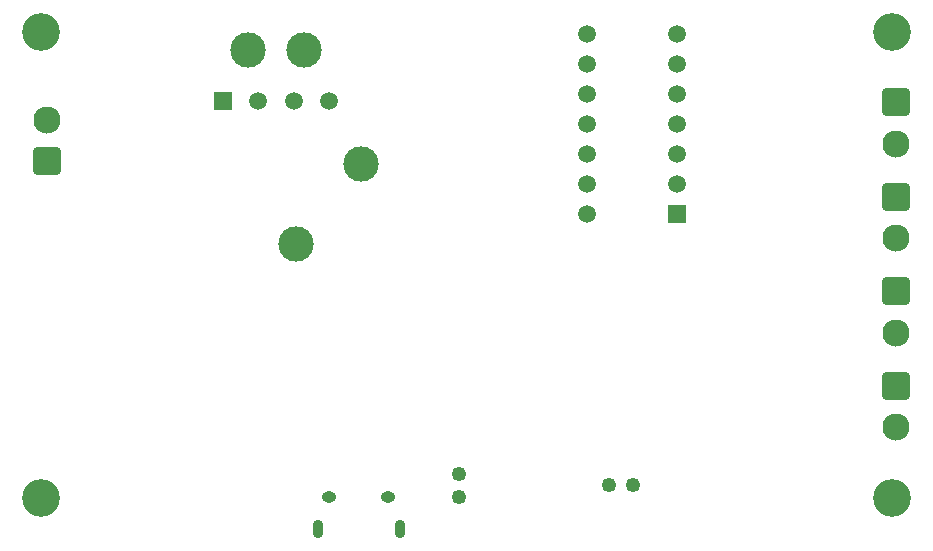
<source format=gbr>
%TF.GenerationSoftware,KiCad,Pcbnew,9.0.4*%
%TF.CreationDate,2025-11-21T01:18:50-06:00*%
%TF.ProjectId,LV Sensor,4c562053-656e-4736-9f72-2e6b69636164,rev?*%
%TF.SameCoordinates,Original*%
%TF.FileFunction,Soldermask,Bot*%
%TF.FilePolarity,Negative*%
%FSLAX46Y46*%
G04 Gerber Fmt 4.6, Leading zero omitted, Abs format (unit mm)*
G04 Created by KiCad (PCBNEW 9.0.4) date 2025-11-21 01:18:50*
%MOMM*%
%LPD*%
G01*
G04 APERTURE LIST*
G04 Aperture macros list*
%AMRoundRect*
0 Rectangle with rounded corners*
0 $1 Rounding radius*
0 $2 $3 $4 $5 $6 $7 $8 $9 X,Y pos of 4 corners*
0 Add a 4 corners polygon primitive as box body*
4,1,4,$2,$3,$4,$5,$6,$7,$8,$9,$2,$3,0*
0 Add four circle primitives for the rounded corners*
1,1,$1+$1,$2,$3*
1,1,$1+$1,$4,$5*
1,1,$1+$1,$6,$7*
1,1,$1+$1,$8,$9*
0 Add four rect primitives between the rounded corners*
20,1,$1+$1,$2,$3,$4,$5,0*
20,1,$1+$1,$4,$5,$6,$7,0*
20,1,$1+$1,$6,$7,$8,$9,0*
20,1,$1+$1,$8,$9,$2,$3,0*%
G04 Aperture macros list end*
%ADD10C,3.000000*%
%ADD11C,3.200000*%
%ADD12C,2.300000*%
%ADD13RoundRect,0.250001X-0.899999X0.899999X-0.899999X-0.899999X0.899999X-0.899999X0.899999X0.899999X0*%
%ADD14R,1.520000X1.520000*%
%ADD15C,1.520000*%
%ADD16C,1.250000*%
%ADD17RoundRect,0.250001X0.899999X-0.899999X0.899999X0.899999X-0.899999X0.899999X-0.899999X-0.899999X0*%
%ADD18R,1.498600X1.498600*%
%ADD19C,1.498600*%
%ADD20O,0.890000X1.550000*%
%ADD21O,1.250000X0.950000*%
G04 APERTURE END LIST*
D10*
%TO.C,TP2*%
X180000000Y-67000000D03*
%TD*%
%TO.C,TP1*%
X174500000Y-73750000D03*
%TD*%
D11*
%TO.C,H2*%
X225000000Y-55800000D03*
%TD*%
%TO.C,H3*%
X225000000Y-95250000D03*
%TD*%
D12*
%TO.C,J2*%
X225332500Y-65250000D03*
D13*
X225332500Y-61750000D03*
%TD*%
%TO.C,J4*%
X225332500Y-77750000D03*
D12*
X225332500Y-81250000D03*
%TD*%
%TO.C,J1*%
X225332500Y-73250000D03*
D13*
X225332500Y-69750000D03*
%TD*%
D12*
%TO.C,J3*%
X225332500Y-89250000D03*
D13*
X225332500Y-85750000D03*
%TD*%
D11*
%TO.C,H4*%
X152950000Y-95250000D03*
%TD*%
%TO.C,H1*%
X152950000Y-55800000D03*
%TD*%
D10*
%TO.C,J6*%
X175171750Y-57330400D03*
X170471750Y-57330400D03*
D14*
X168321750Y-61650400D03*
D15*
X171321750Y-61650400D03*
X174321750Y-61650400D03*
X177321750Y-61650400D03*
%TD*%
D16*
%TO.C,C18*%
X188350000Y-93200000D03*
X188350000Y-95200000D03*
%TD*%
D17*
%TO.C,J5*%
X153417500Y-66750000D03*
D12*
X153417500Y-63250000D03*
%TD*%
D18*
%TO.C,U10*%
X206810000Y-71170000D03*
D19*
X206810000Y-68630000D03*
X206810000Y-66090000D03*
X206810000Y-63550000D03*
X206810000Y-61010000D03*
X206810000Y-58470000D03*
X206810000Y-55930000D03*
X199190000Y-55930000D03*
X199190000Y-58470000D03*
X199190000Y-61010000D03*
X199190000Y-63550000D03*
X199190000Y-66090000D03*
X199190000Y-68630000D03*
X199190000Y-71170000D03*
%TD*%
D16*
%TO.C,C19*%
X203050000Y-94150000D03*
X201050000Y-94150000D03*
%TD*%
D20*
%TO.C,J16*%
X176350000Y-97850000D03*
D21*
X177350000Y-95150000D03*
X182350000Y-95150000D03*
D20*
X183350000Y-97850000D03*
%TD*%
M02*

</source>
